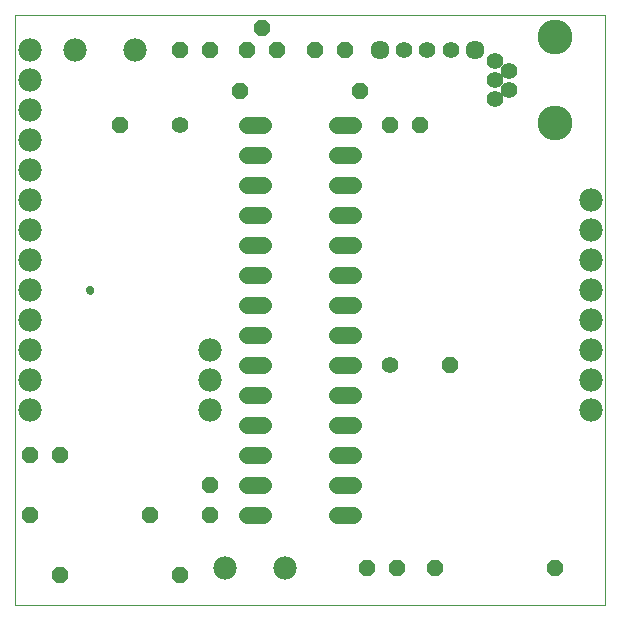
<source format=gts>
G75*
%MOIN*%
%OFA0B0*%
%FSLAX25Y25*%
%IPPOS*%
%LPD*%
%AMOC8*
5,1,8,0,0,1.08239X$1,22.5*
%
%ADD10C,0.00000*%
%ADD11C,0.02762*%
%ADD12OC8,0.05600*%
%ADD13C,0.05600*%
%ADD14C,0.05550*%
%ADD15C,0.11620*%
%ADD16C,0.07800*%
%ADD17C,0.05600*%
%ADD18C,0.06337*%
D10*
X0001600Y0001600D02*
X0001600Y0198450D01*
X0198450Y0198450D01*
X0198450Y0001600D01*
X0001600Y0001600D01*
X0025419Y0106600D02*
X0025421Y0106669D01*
X0025427Y0106737D01*
X0025437Y0106805D01*
X0025451Y0106872D01*
X0025469Y0106939D01*
X0025490Y0107004D01*
X0025516Y0107068D01*
X0025545Y0107130D01*
X0025577Y0107190D01*
X0025613Y0107249D01*
X0025653Y0107305D01*
X0025695Y0107359D01*
X0025741Y0107410D01*
X0025790Y0107459D01*
X0025841Y0107505D01*
X0025895Y0107547D01*
X0025951Y0107587D01*
X0026009Y0107623D01*
X0026070Y0107655D01*
X0026132Y0107684D01*
X0026196Y0107710D01*
X0026261Y0107731D01*
X0026328Y0107749D01*
X0026395Y0107763D01*
X0026463Y0107773D01*
X0026531Y0107779D01*
X0026600Y0107781D01*
X0026669Y0107779D01*
X0026737Y0107773D01*
X0026805Y0107763D01*
X0026872Y0107749D01*
X0026939Y0107731D01*
X0027004Y0107710D01*
X0027068Y0107684D01*
X0027130Y0107655D01*
X0027190Y0107623D01*
X0027249Y0107587D01*
X0027305Y0107547D01*
X0027359Y0107505D01*
X0027410Y0107459D01*
X0027459Y0107410D01*
X0027505Y0107359D01*
X0027547Y0107305D01*
X0027587Y0107249D01*
X0027623Y0107190D01*
X0027655Y0107130D01*
X0027684Y0107068D01*
X0027710Y0107004D01*
X0027731Y0106939D01*
X0027749Y0106872D01*
X0027763Y0106805D01*
X0027773Y0106737D01*
X0027779Y0106669D01*
X0027781Y0106600D01*
X0027779Y0106531D01*
X0027773Y0106463D01*
X0027763Y0106395D01*
X0027749Y0106328D01*
X0027731Y0106261D01*
X0027710Y0106196D01*
X0027684Y0106132D01*
X0027655Y0106070D01*
X0027623Y0106009D01*
X0027587Y0105951D01*
X0027547Y0105895D01*
X0027505Y0105841D01*
X0027459Y0105790D01*
X0027410Y0105741D01*
X0027359Y0105695D01*
X0027305Y0105653D01*
X0027249Y0105613D01*
X0027191Y0105577D01*
X0027130Y0105545D01*
X0027068Y0105516D01*
X0027004Y0105490D01*
X0026939Y0105469D01*
X0026872Y0105451D01*
X0026805Y0105437D01*
X0026737Y0105427D01*
X0026669Y0105421D01*
X0026600Y0105419D01*
X0026531Y0105421D01*
X0026463Y0105427D01*
X0026395Y0105437D01*
X0026328Y0105451D01*
X0026261Y0105469D01*
X0026196Y0105490D01*
X0026132Y0105516D01*
X0026070Y0105545D01*
X0026009Y0105577D01*
X0025951Y0105613D01*
X0025895Y0105653D01*
X0025841Y0105695D01*
X0025790Y0105741D01*
X0025741Y0105790D01*
X0025695Y0105841D01*
X0025653Y0105895D01*
X0025613Y0105951D01*
X0025577Y0106009D01*
X0025545Y0106070D01*
X0025516Y0106132D01*
X0025490Y0106196D01*
X0025469Y0106261D01*
X0025451Y0106328D01*
X0025437Y0106395D01*
X0025427Y0106463D01*
X0025421Y0106531D01*
X0025419Y0106600D01*
D11*
X0026600Y0106600D03*
D12*
X0016600Y0051600D03*
X0006600Y0051600D03*
X0006600Y0031600D03*
X0016600Y0011600D03*
X0046600Y0031600D03*
X0066600Y0031600D03*
X0066600Y0041600D03*
X0056600Y0011600D03*
X0119100Y0014100D03*
X0129100Y0014100D03*
X0141600Y0014100D03*
X0181600Y0014100D03*
X0146600Y0081600D03*
X0136600Y0161600D03*
X0126600Y0161600D03*
X0116600Y0172850D03*
X0111600Y0186600D03*
X0101600Y0186600D03*
X0089100Y0186600D03*
X0084100Y0194100D03*
X0079100Y0186600D03*
X0066600Y0186600D03*
X0056600Y0186600D03*
X0076600Y0172850D03*
X0036600Y0161600D03*
D13*
X0056600Y0161600D03*
X0126600Y0081600D03*
D14*
X0161521Y0170301D03*
X0166246Y0173450D03*
X0161521Y0176600D03*
X0166246Y0179750D03*
X0161521Y0182899D03*
X0146974Y0186600D03*
X0139100Y0186600D03*
X0131226Y0186600D03*
D15*
X0181600Y0190970D03*
X0181600Y0162230D03*
D16*
X0193600Y0136600D03*
X0193600Y0126600D03*
X0193600Y0116600D03*
X0193600Y0106600D03*
X0193600Y0096600D03*
X0193600Y0086600D03*
X0193600Y0076600D03*
X0193600Y0066600D03*
X0091600Y0014100D03*
X0071600Y0014100D03*
X0066600Y0066600D03*
X0066600Y0076600D03*
X0066600Y0086600D03*
X0006600Y0086600D03*
X0006600Y0076600D03*
X0006600Y0066600D03*
X0006600Y0096600D03*
X0006600Y0106600D03*
X0006600Y0116600D03*
X0006600Y0126600D03*
X0006600Y0136600D03*
X0006600Y0146600D03*
X0006600Y0156600D03*
X0006600Y0166600D03*
X0006600Y0176600D03*
X0006600Y0186600D03*
X0021600Y0186600D03*
X0041600Y0186600D03*
D17*
X0079000Y0161600D02*
X0084200Y0161600D01*
X0084200Y0151600D02*
X0079000Y0151600D01*
X0079000Y0141600D02*
X0084200Y0141600D01*
X0084200Y0131600D02*
X0079000Y0131600D01*
X0079000Y0121600D02*
X0084200Y0121600D01*
X0084200Y0111600D02*
X0079000Y0111600D01*
X0079000Y0101600D02*
X0084200Y0101600D01*
X0084200Y0091600D02*
X0079000Y0091600D01*
X0079000Y0081600D02*
X0084200Y0081600D01*
X0084200Y0071600D02*
X0079000Y0071600D01*
X0079000Y0061600D02*
X0084200Y0061600D01*
X0084200Y0051600D02*
X0079000Y0051600D01*
X0079000Y0041600D02*
X0084200Y0041600D01*
X0084200Y0031600D02*
X0079000Y0031600D01*
X0109000Y0031600D02*
X0114200Y0031600D01*
X0114200Y0041600D02*
X0109000Y0041600D01*
X0109000Y0051600D02*
X0114200Y0051600D01*
X0114200Y0061600D02*
X0109000Y0061600D01*
X0109000Y0071600D02*
X0114200Y0071600D01*
X0114200Y0081600D02*
X0109000Y0081600D01*
X0109000Y0091600D02*
X0114200Y0091600D01*
X0114200Y0101600D02*
X0109000Y0101600D01*
X0109000Y0111600D02*
X0114200Y0111600D01*
X0114200Y0121600D02*
X0109000Y0121600D01*
X0109000Y0131600D02*
X0114200Y0131600D01*
X0114200Y0141600D02*
X0109000Y0141600D01*
X0109000Y0151600D02*
X0114200Y0151600D01*
X0114200Y0161600D02*
X0109000Y0161600D01*
D18*
X0123352Y0186600D03*
X0154848Y0186600D03*
M02*

</source>
